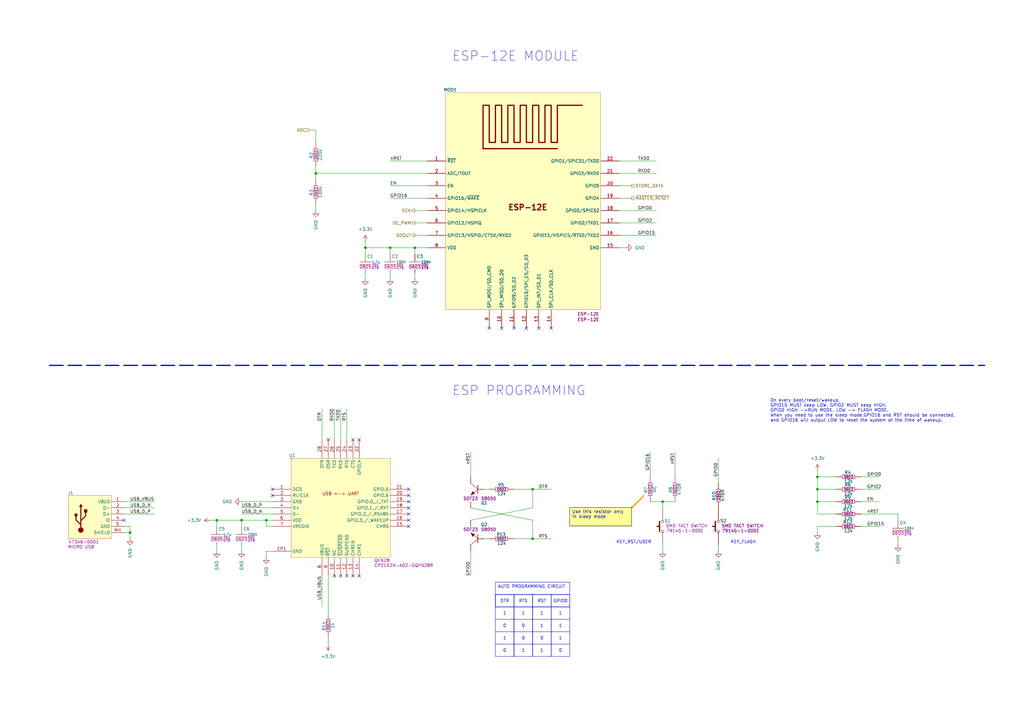
<source format=kicad_sch>
(kicad_sch (version 20250114) (generator "eeschema") (generator_version "9.0")
  (paper "A3")
  (title_block (date "2025-08-08") (rev "1"))
  (lib_symbols
    (symbol "SCH_LIB:C_0603_100nF_50V_X7R" (pin_numbers (hide yes)) (pin_names (hide yes))
      (property "Reference" "C" (at 2.032 -1.016 0))
      (property "Value" "100n" (at 2.54 -3.302 0))
      (property "Voltage" "50V" (at 2.54 -4.572 0))
      (property "Dielectric" "X7R" (at 2.54 -5.842 0))
      (property "SCH_FOOTPRINT" "0603" (at 0 -5.334 0))
      (symbol "C_0603_100nF_50V_X7R_1_0"
        (pin passive line (at 0 0 270) (length 2.54) (name "1") (number "1"))
        (pin passive line (at 0 -7.62 90) (length 1.27) (name "2") (number "2"))
      )
    )
    (symbol "SCH_LIB:C_0805_4.7uF_25V_X7R" (pin_numbers (hide yes)) (pin_names (hide yes))
      (property "Reference" "C" (at 2.032 -1.016 0))
      (property "Value" "4.7u" (at 2.54 -3.302 0))
      (property "Voltage" "25V" (at 2.54 -4.572 0))
      (property "Dielectric" "X7R" (at 2.54 -5.842 0))
      (property "SCH_FOOTPRINT" "0805" (at 0 -5.334 0))
      (symbol "C_0805_4.7uF_25V_X7R_1_0"
        (pin passive line (at 0 0 270) (length 2.54) (name "1") (number "1"))
        (pin passive line (at 0 -7.62 90) (length 1.27) (name "2") (number "2"))
      )
    )
    (symbol "SCH_LIB:J_USB_MICROB_47346-0001"
      (property "Reference" "J" (at -16.764 1.016 0))
      (property "Manufacturer Part Number" "47346-0001" (at -11.43 -19.05 0))
      (property "SCH_FOOTPRINT" "MICRO USB" (at -12.446 -21.082 0))
      (symbol "J_USB_MICROB_47346-0001_1_0"
        (pin passive line (at 5.08 -2.54 180) (length 5.08) (name "VBUS") (number "1"))
        (pin passive line (at 5.08 -5.08 180) (length 5.08) (name "D-") (number "2"))
        (pin passive line (at 5.08 -7.62 180) (length 5.08) (name "D+") (number "3"))
        (pin passive line (at 5.08 -10.16 180) (length 5.08) (name "ID") (number "4"))
        (pin passive line (at 5.08 -12.7 180) (length 5.08) (name "GND") (number "5"))
        (pin passive line (at 5.08 -15.24 180) (length 5.08) (name "SHIELD") (number "MH"))
      )
    )
    (symbol "SCH_LIB:MOD_ESP_12_E"
      (property "Reference" "MOD" (at 1.778 1.27 0))
      (property "Manufacturer Part Number" "ESP-12E" (at 58.42 -90.678 0))
      (property "SCH_FOOTPRINT" "ESP-12E" (at 58.42 -92.964 0))
      (symbol "MOD_ESP_12_E_1_0"
        (text "ESP-12E" (at 25.4 -48.26 0) (effects (font (size 2.286 2.286) (thickness 0.4572) (bold yes)) (justify left bottom)))
        (pin passive line (at -7.62 -27.94 0) (length 7.62) (name "~{RST}") (number "1"))
        (pin passive line (at -7.62 -33.02 0) (length 7.62) (name "ADC/TOUT") (number "2"))
        (pin passive line (at -7.62 -38.1 0) (length 7.62) (name "EN") (number "3"))
        (pin passive line (at -7.62 -43.18 0) (length 7.62) (name "GPIO16/~{WAKE}") (number "4"))
        (pin passive line (at -7.62 -48.26 0) (length 7.62) (name "GPIO14/HSPICLK") (number "5"))
        (pin passive line (at -7.62 -53.34 0) (length 7.62) (name "GPIO12/HSPIQ") (number "6"))
        (pin passive line (at -7.62 -58.42 0) (length 7.62) (name "GPIO13/HSPID/CTS0/RXD2") (number "7"))
        (pin passive line (at -7.62 -63.5 0) (length 7.62) (name "VDD") (number "8"))
        (pin passive line (at 17.78 -96.52 90) (length 7.62) (name "SPI_MOSI/SD_CMD") (number "9"))
        (pin passive line (at 22.86 -96.52 90) (length 7.62) (name "SPI_MISO/SD_D0") (number "10"))
        (pin passive line (at 27.94 -96.52 90) (length 7.62) (name "GPIO9/SD_D2") (number "11"))
        (pin passive line (at 33.02 -96.52 90) (length 7.62) (name "GPIO10/SPI_CS/SD_D3") (number "12"))
        (pin passive line (at 38.1 -96.52 90) (length 7.62) (name "SPI_INT/SD_D1") (number "13"))
        (pin passive line (at 43.18 -96.52 90) (length 7.62) (name "SPI_CLK/SD_CLK") (number "14"))
        (pin passive line (at 71.12 -27.94 180) (length 7.62) (name "GPIO1/SPICS1/TXD0") (number "22"))
        (pin passive line (at 71.12 -33.02 180) (length 7.62) (name "GPIO3/RXD0") (number "21"))
        (pin passive line (at 71.12 -38.1 180) (length 7.62) (name "GPIO5") (number "20"))
        (pin passive line (at 71.12 -43.18 180) (length 7.62) (name "GPIO4") (number "19"))
        (pin passive line (at 71.12 -48.26 180) (length 7.62) (name "GPIO0/SPICS2") (number "18"))
        (pin passive line (at 71.12 -53.34 180) (length 7.62) (name "GPIO2/TXD1") (number "17"))
        (pin passive line (at 71.12 -58.42 180) (length 7.62) (name "GPIO15/HSPICS/RTS0/TXD2") (number "16"))
        (pin passive line (at 71.12 -63.5 180) (length 7.62) (name "GND") (number "15"))
      )
    )
    (symbol "SCH_LIB:QNP_S8050" (pin_numbers (hide yes)) (pin_names (hide yes))
      (property "Reference" "Q" (at 1.27 -4.318 0))
      (property "Manufacturer Part Number" "S8050" (at 2.286 -2.54 0))
      (property "SCH_FOOTPRINT" "SOT23" (at -5.08 -3.81 0))
      (symbol "QNP_S8050_1_0"
        (pin passive line (at -5.08 5.08 270) (length 2.54) (name "C") (number "C"))
        (pin passive line (at -5.08 -7.62 90) (length 2.54) (name "E") (number "E"))
        (pin passive line (at 0 0 180) (length 2.032) (name "B") (number "B"))
      )
    )
    (symbol "SCH_LIB:R_0603_100k_1%" (pin_numbers (hide yes)) (pin_names (hide yes))
      (property "Reference" "R" (at 4.826 1.778 0))
      (property "Value" "100k" (at 5.08 -1.778 0))
      (property "SCH_FOOTPRINT" "0603" (at 5.08 0 0))
      (symbol "R_0603_100k_1%_1_0"
        (pin passive line (at 0 0 0) (length 2.54) (name "1") (number "1"))
        (pin passive line (at 10.16 0 180) (length 2.54) (name "2") (number "2"))
      )
    )
    (symbol "SCH_LIB:R_0603_12k_1%" (pin_numbers (hide yes)) (pin_names (hide yes))
      (property "Reference" "R" (at 4.826 1.778 0))
      (property "Value" "12k" (at 5.08 -1.778 0))
      (property "SCH_FOOTPRINT" "0603" (at 5.08 0 0))
      (symbol "R_0603_12k_1%_1_0"
        (pin passive line (at 0 0 0) (length 2.54) (name "1") (number "1"))
        (pin passive line (at 10.16 0 180) (length 2.54) (name "2") (number "2"))
      )
    )
    (symbol "SCH_LIB:R_0603_1k_1%" (pin_numbers (hide yes)) (pin_names (hide yes))
      (property "Reference" "R" (at 4.826 1.778 0))
      (property "Value" "1k" (at 5.08 -1.778 0))
      (property "SCH_FOOTPRINT" "0603" (at 5.08 0 0))
      (symbol "R_0603_1k_1%_1_0"
        (pin passive line (at 0 0 0) (length 2.54) (name "1") (number "1"))
        (pin passive line (at 10.16 0 180) (length 2.54) (name "2") (number "2"))
      )
    )
    (symbol "SCH_LIB:R_0603_220k_1%" (pin_numbers (hide yes)) (pin_names (hide yes))
      (property "Reference" "R" (at 4.826 1.778 0))
      (property "Value" "220k" (at 5.08 -1.778 0))
      (property "SCH_FOOTPRINT" "0603" (at 5.08 0 0))
      (symbol "R_0603_220k_1%_1_0"
        (pin passive line (at 0 0 0) (length 2.54) (name "1") (number "1"))
        (pin passive line (at 10.16 0 180) (length 2.54) (name "2") (number "2"))
      )
    )
    (symbol "SCH_LIB:R_0603_470R_1%" (pin_numbers (hide yes)) (pin_names (hide yes))
      (property "Reference" "R" (at 4.826 1.778 0))
      (property "Value" "470R" (at 5.08 -1.778 0))
      (property "SCH_FOOTPRINT" "0603" (at 5.08 0 0))
      (symbol "R_0603_470R_1%_1_0"
        (pin passive line (at 0 0 0) (length 2.54) (name "1") (number "1"))
        (pin passive line (at 10.16 0 180) (length 2.54) (name "2") (number "2"))
      )
    )
    (symbol "SCH_LIB:R_0603_NC" (pin_numbers (hide yes)) (pin_names (hide yes)) (in_bom no)
      (property "Reference" "R" (at 4.826 1.778 0))
      (property "Value" "NC" (at 5.08 -1.778 0))
      (property "SCH_FOOTPRINT" "0603" (at 5.08 0 0))
      (symbol "R_0603_NC_1_0"
        (pin passive line (at 0 0 0) (length 2.54) (name "1") (number "1"))
        (pin passive line (at 10.16 0 180) (length 2.54) (name "2") (number "2"))
      )
    )
    (symbol "SCH_LIB:S_7914G-1-000E" (pin_numbers (hide yes)) (pin_names (hide yes))
      (property "Reference" "S" (at 2.032 4.826 0))
      (property "Manufacturer Part Number" "7914G-1-000E" (at 9.144 0.762 0))
      (property "SCH_FOOTPRINT" "SMD TACT SWITCH" (at 9.906 2.794 0))
      (symbol "S_7914G-1-000E_1_0"
        (pin passive line (at 0 10.16 270) (length 5.08) (name "2") (number "2"))
        (pin passive line (at 0 -5.08 90) (length 5.08) (name "1") (number "1"))
      )
    )
    (symbol "SCH_LIB:U_CP2102N-A02-GQFN28R"
      (property "Reference" "U" (at 0.508 1.27 0))
      (property "Manufacturer Part Number" "CP2102N-A02-GQFN28R" (at 46.228 -43.942 0))
      (property "SCH_FOOTPRINT" "QFN28" (at 37.338 -41.91 0))
      (symbol "U_CP2102N-A02-GQFN28R_1_0"
        (text "USB <-> UART" (at 12.7 -15.24 0) (effects (font (size 1.27 1.27)) (justify left bottom)))
        (pin passive line (at -7.62 -12.7 0) (length 7.62) (name "DCD") (number "1"))
        (pin passive line (at -7.62 -15.24 0) (length 7.62) (name "RI/CLK") (number "2"))
        (pin passive line (at -7.62 -17.78 0) (length 7.62) (name "GND") (number "3"))
        (pin passive line (at -7.62 -20.32 0) (length 7.62) (name "D+") (number "4"))
        (pin passive line (at -7.62 -22.86 0) (length 7.62) (name "D-") (number "5"))
        (pin passive line (at -7.62 -25.4 0) (length 7.62) (name "VDD") (number "6"))
        (pin passive line (at -7.62 -27.94 0) (length 7.62) (name "VREGIN") (number "7"))
        (pin passive line (at -7.62 -38.1 0) (length 7.62) (name "GND") (number "EP1"))
        (pin passive line (at 12.7 7.62 270) (length 7.62) (name "DTR") (number "28"))
        (pin passive line (at 12.7 -48.26 90) (length 7.62) (name "VBUS") (number "8"))
        (pin passive line (at 15.24 7.62 270) (length 7.62) (name "DSR") (number "27"))
        (pin passive line (at 15.24 -48.26 90) (length 7.62) (name "~{RST}") (number "9"))
        (pin passive line (at 17.78 7.62 270) (length 7.62) (name "TXD") (number "26"))
        (pin passive line (at 17.78 -48.26 90) (length 7.62) (name "NC") (number "10"))
        (pin passive line (at 20.32 7.62 270) (length 7.62) (name "RXD") (number "25"))
        (pin passive line (at 20.32 -48.26 90) (length 7.62) (name "~{SUSPEND}") (number "11"))
        (pin passive line (at 22.86 7.62 270) (length 7.62) (name "RTS") (number "24"))
        (pin passive line (at 22.86 -48.26 90) (length 7.62) (name "SUSPEND") (number "12"))
        (pin passive line (at 25.4 7.62 270) (length 7.62) (name "CTS") (number "23"))
        (pin passive line (at 25.4 -48.26 90) (length 7.62) (name "CHREN") (number "13"))
        (pin passive line (at 27.94 7.62 270) (length 7.62) (name "GPIO.4") (number "22"))
        (pin passive line (at 27.94 -48.26 90) (length 7.62) (name "CHR1") (number "14"))
        (pin passive line (at 48.26 -12.7 180) (length 7.62) (name "GPIO.5") (number "21"))
        (pin passive line (at 48.26 -15.24 180) (length 7.62) (name "GPIO.6") (number "20"))
        (pin passive line (at 48.26 -17.78 180) (length 7.62) (name "GPIO.0_/_TXT") (number "19"))
        (pin passive line (at 48.26 -20.32 180) (length 7.62) (name "GPIO.1_/_RXT") (number "18"))
        (pin passive line (at 48.26 -22.86 180) (length 7.62) (name "GPIO.2_/_RS485") (number "17"))
        (pin passive line (at 48.26 -25.4 180) (length 7.62) (name "GPIO.3_/_WAKEUP") (number "16"))
        (pin passive line (at 48.26 -27.94 180) (length 7.62) (name "CHR0") (number "15"))
      )
    )
    (symbol "power:+3.3V" (power) (pin_numbers (hide yes)) (pin_names (offset 0) (hide yes))
      (property "Value" "+3.3V" (at 0 3.556 0))
      (symbol "+3.3V_1_1"
        (pin power_in line (at 0 0 90) (length 0) (name "~") (number "1"))
      )
    )
    (symbol "power:GND" (power) (pin_numbers (hide yes)) (pin_names (offset 0) (hide yes))
      (property "Value" "GND" (at 0 -3.81 0))
      (symbol "GND_1_1"
        (pin power_in line (at 0 0 270) (length 0) (name "~") (number "1"))
      )
    )
  )
  (text "ESP-12E MODULE" (at 185.42 25.4 0) (effects (font (size 3.81 3.81)) (justify left bottom)))
  (text "ESP PROGRAMMING" (at 185.42 162.56 0) (effects (font (size 3.81 3.81)) (justify left bottom)))
  (text_box "KEY_RST/USER" (at 251.823 220.472 0) (size 17.417 3.048) (margins 0.9525 0.9525 0.9525 0.9525) (stroke (width -0.0001) (color 0 0 0 1)) (fill (type color) (color 255 255 255 1)) (effects (font (size 1.27 1.27)) (justify left top)))
  (text_box "KEY_FLASH" (at 298.687 220.472 0) (size 13.733 3.048) (margins 0.9525 0.9525 0.9525 0.9525) (stroke (width -0.0001) (color 0 0 0 1)) (fill (type color) (color 255 255 255 1)) (effects (font (size 1.27 1.27)) (justify left top)))
  (text_box "Use this resistor only in sleep mode" (at 259.08 208.1022 0) (size -25.4 7.62) (margins 0.9525 0.9525 0.9525 0.9525) (stroke (width 0) (color 0 0 0 1)) (fill (type color) (color 255 255 150 1)) (effects (font (size 1.27 1.27)) (justify left top)))
  (text_box "On every boot/reset/wakeup,\nGPIO15 MUST keep LOW, GPIO2 MUST keep HIGH.\nGPIO0 HIGH ->RUN MODE, LOW -> FLASH MODE.\nWhen you need to use the sleep mode,GPIO16 and RST should be connected,\nand GPIO16 will output LOW to reset the system at the time of wakeup." (at 314.96 162.3822 0) (size 81.28 12.8778) (margins 0.9525 0.9525 0.9525 0.9525) (stroke (width -0.0001) (color 0 0 0 1)) (fill (type color) (color 255 255 255 1)) (effects (font (size 1.27 1.27)) (justify left top)))
  (junction (at 271.78 205.74))
  (junction (at 53.34 218.44))
  (junction (at 218.44 200.66))
  (junction (at 88.9 213.36))
  (junction (at 335.28 200.66))
  (junction (at 218.44 220.98))
  (junction (at 335.28 205.74))
  (junction (at 149.86 101.6))
  (junction (at 99.06 213.36))
  (junction (at 335.28 195.58))
  (junction (at 160.02 101.6))
  (junction (at 129.54 71.12))
  (junction (at 109.22 213.36))
  (junction (at 170.18 101.6))
  (no_connect (at 226.06 134.62))
  (no_connect (at 167.64 203.2))
  (no_connect (at 167.64 215.9))
  (no_connect (at 134.62 180.34))
  (no_connect (at 210.82 134.62))
  (no_connect (at 167.64 208.28))
  (no_connect (at 205.74 134.62))
  (no_connect (at 50.8 213.36))
  (no_connect (at 167.64 200.66))
  (no_connect (at 167.64 210.82))
  (no_connect (at 215.9 134.62))
  (no_connect (at 220.98 134.62))
  (no_connect (at 144.78 180.34))
  (no_connect (at 200.66 134.62))
  (no_connect (at 147.32 180.34))
  (no_connect (at 111.76 200.66))
  (no_connect (at 167.64 205.74))
  (no_connect (at 144.78 236.22))
  (no_connect (at 139.7 236.22))
  (no_connect (at 147.32 236.22))
  (no_connect (at 111.76 203.2))
  (no_connect (at 137.16 236.22))
  (no_connect (at 142.24 236.22))
  (no_connect (at 167.64 213.36))
  (wire (pts (xy 335.28 215.9) (xy 342.9 215.9)))
  (wire (pts (xy 269.24 71.12) (xy 254 71.12)))
  (wire (pts (xy 132.08 180.34) (xy 132.08 167.64)))
  (wire (pts (xy 134.62 264.16) (xy 134.62 261.62)))
  (wire (pts (xy 256.54 101.6) (xy 254 101.6)))
  (wire (pts (xy 99.06 205.74) (xy 111.76 205.74)))
  (wire (pts (xy 210.82 220.98) (xy 218.44 220.98)))
  (wire (pts (xy 99.06 226.06) (xy 99.06 223.52)))
  (wire (pts (xy 271.78 205.74) (xy 271.78 208.28)))
  (wire (pts (xy 129.54 86.36) (xy 129.54 83.82)))
  (wire (pts (xy 88.9 226.06) (xy 88.9 223.52)))
  (wire (pts (xy 99.06 210.82) (xy 111.76 210.82)))
  (wire (pts (xy 335.28 200.66) (xy 342.9 200.66)))
  (wire (pts (xy 335.28 195.58) (xy 342.9 195.58)))
  (wire (pts (xy 360.68 195.58) (xy 353.06 195.58)))
  (wire (pts (xy 335.28 193.04) (xy 335.28 195.58)))
  (wire (pts (xy 170.18 114.3) (xy 170.18 111.76)))
  (wire (pts (xy 139.7 180.34) (xy 139.7 167.64)))
  (wire (pts (xy 198.12 220.98) (xy 200.66 220.98)))
  (wire (pts (xy 137.16 180.34) (xy 137.16 167.64)))
  (wire (pts (xy 170.18 104.14) (xy 170.18 101.6)))
  (wire (pts (xy 271.78 205.74) (xy 266.7 205.74)))
  (wire (pts (xy 335.28 205.74) (xy 335.28 210.82)))
  (wire (pts (xy 335.28 195.58) (xy 335.28 200.66)))
  (wire (pts (xy 129.54 71.12) (xy 129.54 68.58)))
  (wire (pts (xy 271.78 226.06) (xy 271.78 223.52)))
  (wire (pts (xy 294.64 226.06) (xy 294.64 223.52)))
  (wire (pts (xy 368.3 213.36) (xy 368.3 210.82)))
  (wire (pts (xy 88.9 213.36) (xy 86.36 213.36)))
  (wire (pts (xy 50.8 205.74) (xy 63.5 205.74)))
  (wire (pts (xy 149.86 114.3) (xy 149.86 111.76)))
  (wire (pts (xy 99.06 213.36) (xy 88.9 213.36)))
  (wire (pts (xy 218.44 220.98) (xy 226.06 220.98)))
  (wire (pts (xy 53.34 220.98) (xy 53.34 218.44)))
  (wire (pts (xy 109.22 213.36) (xy 99.06 213.36)))
  (wire (pts (xy 335.28 200.66) (xy 335.28 205.74)))
  (wire (pts (xy 175.26 81.28) (xy 160.02 81.28)))
  (wire (pts (xy 294.64 198.12) (xy 294.64 187.96)))
  (wire (pts (xy 175.26 76.2) (xy 160.02 76.2)))
  (wire (pts (xy 269.24 66.04) (xy 254 66.04)))
  (wire (pts (xy 129.54 53.34) (xy 129.54 58.42)))
  (wire (pts (xy 111.76 215.9) (xy 109.22 215.9)))
  (wire (pts (xy 269.24 91.44) (xy 254 91.44)))
  (wire (pts (xy 160.02 104.14) (xy 160.02 101.6)))
  (wire (pts (xy 276.86 195.58) (xy 276.86 185.42)))
  (wire (pts (xy 149.86 104.14) (xy 149.86 101.6)))
  (wire (pts (xy 109.22 213.36) (xy 111.76 213.36)))
  (wire (pts (xy 210.82 200.66) (xy 218.44 200.66)))
  (wire (pts (xy 53.34 218.44) (xy 50.8 218.44)))
  (wire (pts (xy 109.22 228.6) (xy 109.22 226.06)))
  (wire (pts (xy 335.28 218.44) (xy 335.28 215.9)))
  (wire (pts (xy 360.68 215.9) (xy 353.06 215.9)))
  (wire (pts (xy 218.44 200.66) (xy 218.44 208.28)))
  (wire (pts (xy 193.04 195.58) (xy 193.04 185.42)))
  (wire (pts (xy 218.44 208.28) (xy 193.04 213.36)))
  (wire (pts (xy 269.24 86.36) (xy 254 86.36)))
  (wire (pts (xy 175.26 71.12) (xy 129.54 71.12)))
  (wire (pts (xy 175.26 86.36) (xy 170.18 86.36)))
  (polyline (pts (xy 259.08 208.28) (xy 264.16 203.2)) (stroke (width 0.508) (type solid) (color 255 153 0 1)))
  (wire (pts (xy 53.34 215.9) (xy 50.8 215.9)))
  (wire (pts (xy 134.62 251.46) (xy 134.62 236.22)))
  (wire (pts (xy 109.22 215.9) (xy 109.22 213.36)))
  (wire (pts (xy 276.86 205.74) (xy 271.78 205.74)))
  (wire (pts (xy 198.12 200.66) (xy 200.66 200.66)))
  (wire (pts (xy 254 81.28) (xy 259.08 81.28)))
  (wire (pts (xy 368.3 223.52) (xy 368.3 220.98)))
  (wire (pts (xy 175.26 101.6) (xy 170.18 101.6)))
  (wire (pts (xy 193.04 208.28) (xy 218.44 213.36)))
  (wire (pts (xy 335.28 210.82) (xy 342.9 210.82)))
  (wire (pts (xy 109.22 226.06) (xy 111.76 226.06)))
  (wire (pts (xy 99.06 208.28) (xy 111.76 208.28)))
  (wire (pts (xy 353.06 205.74) (xy 360.68 205.74)))
  (polyline (pts (xy 20.32 149.86) (xy 403.86 149.86)) (stroke (width 0.508) (type dash) (color 0 0 255 1)))
  (wire (pts (xy 175.26 96.52) (xy 170.18 96.52)))
  (wire (pts (xy 88.9 215.9) (xy 88.9 213.36)))
  (wire (pts (xy 269.24 96.52) (xy 254 96.52)))
  (wire (pts (xy 218.44 200.66) (xy 226.06 200.66)))
  (wire (pts (xy 132.08 236.22) (xy 132.08 248.92)))
  (wire (pts (xy 254 76.2) (xy 259.08 76.2)))
  (wire (pts (xy 342.9 205.74) (xy 335.28 205.74)))
  (wire (pts (xy 127 53.34) (xy 129.54 53.34)))
  (wire (pts (xy 142.24 180.34) (xy 142.24 167.64)))
  (wire (pts (xy 218.44 213.36) (xy 218.44 220.98)))
  (wire (pts (xy 175.26 91.44) (xy 170.18 91.44)))
  (wire (pts (xy 99.06 215.9) (xy 99.06 213.36)))
  (wire (pts (xy 149.86 101.6) (xy 149.86 99.06)))
  (wire (pts (xy 170.18 101.6) (xy 160.02 101.6)))
  (wire (pts (xy 50.8 208.28) (xy 63.5 208.28)))
  (wire (pts (xy 50.8 210.82) (xy 63.5 210.82)))
  (wire (pts (xy 266.7 195.58) (xy 266.7 185.42)))
  (wire (pts (xy 160.02 101.6) (xy 149.86 101.6)))
  (wire (pts (xy 160.02 114.3) (xy 160.02 111.76)))
  (wire (pts (xy 360.68 200.66) (xy 353.06 200.66)))
  (wire (pts (xy 129.54 71.12) (xy 129.54 73.66)))
  (wire (pts (xy 53.34 218.44) (xy 53.34 215.9)))
  (wire (pts (xy 193.04 236.22) (xy 193.04 226.06)))
  (wire (pts (xy 175.26 66.04) (xy 160.02 66.04)))
  (wire (pts (xy 368.3 210.82) (xy 353.06 210.82)))
  (table (column_count 1) (border (external yes) (header yes)) (separators (rows yes) (cols yes)) (column_widths 30.48) (row_heights 5.08 5.08) (cells (table_cell "AUTO PROGRAMMING CIRCUIT" (at 203.2 238.76 0) (size 30.48 5.08) (margins 0.9525 0.9525 0.9525 0.9525) (span 1 1)) (table_cell "" (at 203.2 243.84 0) (size 30.48 5.08) (margins 0.9525 0.9525 0.9525 0.9525) (span 1 1))))
  (table (column_count 1) (border (external yes) (header yes)) (separators (rows yes) (cols yes)) (column_widths 7.62) (row_heights 5.08 5.08 5.08 5.08 5.08) (cells (table_cell "RTS" (at 210.82 243.84 0) (size 7.62 5.08) (margins 0.9525 0.9525 0.9525 0.9525) (span 1 1)) (table_cell "1" (at 210.82 248.92 0) (size 7.62 5.08) (margins 0.9525 0.9525 0.9525 0.9525) (span 1 1)) (table_cell "0" (at 210.82 254 0) (size 7.62 5.08) (margins 0.9525 0.9525 0.9525 0.9525) (span 1 1)) (table_cell "0" (at 210.82 259.08 0) (size 7.62 5.08) (margins 0.9525 0.9525 0.9525 0.9525) (span 1 1)) (table_cell "1" (at 210.82 264.16 0) (size 7.62 5.08) (margins 0.9525 0.9525 0.9525 0.9525) (span 1 1))))
  (table (column_count 1) (border (external yes) (header yes)) (separators (rows yes) (cols yes)) (column_widths 7.62) (row_heights 5.08 5.08 5.08 5.08 5.08) (cells (table_cell "GPIO0" (at 226.06 243.84 0) (size 7.62 5.08) (margins 0.9525 0.9525 0.9525 0.9525) (span 1 1)) (table_cell "1" (at 226.06 248.92 0) (size 7.62 5.08) (margins 0.9525 0.9525 0.9525 0.9525) (span 1 1)) (table_cell "1" (at 226.06 254 0) (size 7.62 5.08) (margins 0.9525 0.9525 0.9525 0.9525) (span 1 1)) (table_cell "1" (at 226.06 259.08 0) (size 7.62 5.08) (margins 0.9525 0.9525 0.9525 0.9525) (span 1 1)) (table_cell "0" (at 226.06 264.16 0) (size 7.62 5.08) (margins 0.9525 0.9525 0.9525 0.9525) (span 1 1))))
  (table (column_count 1) (border (external yes) (header yes)) (separators (rows yes) (cols yes)) (column_widths 7.62) (row_heights 5.08 5.08 5.08 5.08 5.08) (cells (table_cell "DTR" (at 203.2 243.84 0) (size 7.62 5.08) (margins 0.9525 0.9525 0.9525 0.9525) (span 1 1)) (table_cell "1" (at 203.2 248.92 0) (size 7.62 5.08) (margins 0.9525 0.9525 0.9525 0.9525) (span 1 1)) (table_cell "0" (at 203.2 254 0) (size 7.62 5.08) (margins 0.9525 0.9525 0.9525 0.9525) (span 1 1)) (table_cell "1" (at 203.2 259.08 0) (size 7.62 5.08) (margins 0.9525 0.9525 0.9525 0.9525) (span 1 1)) (table_cell "0" (at 203.2 264.16 0) (size 7.62 5.08) (margins 0.9525 0.9525 0.9525 0.9525) (span 1 1))))
  (table (column_count 1) (border (external yes) (header yes)) (separators (rows yes) (cols yes)) (column_widths 7.62) (row_heights 5.08 5.08 5.08 5.08 5.08) (cells (table_cell "RST" (at 218.44 243.84 0) (size 7.62 5.08) (margins 0.9525 0.9525 0.9525 0.9525) (span 1 1)) (table_cell "1" (at 218.44 248.92 0) (size 7.62 5.08) (margins 0.9525 0.9525 0.9525 0.9525) (span 1 1)) (table_cell "1" (at 218.44 254 0) (size 7.62 5.08) (margins 0.9525 0.9525 0.9525 0.9525) (span 1 1)) (table_cell "0" (at 218.44 259.08 0) (size 7.62 5.08) (margins 0.9525 0.9525 0.9525 0.9525) (span 1 1)) (table_cell "1" (at 218.44 264.16 0) (size 7.62 5.08) (margins 0.9525 0.9525 0.9525 0.9525) (span 1 1))))
  (label "RXD0" (at 137.16 172.72 90))
  (label "GPIO2" (at 261.62 91.44 0))
  (label "GPIO0" (at 193.04 236.22 90))
  (label "RXD0" (at 261.62 71.12 0))
  (label "GPIO0" (at 294.64 195.58 90))
  (label "GPIO16" (at 266.7 193.04 90))
  (label "nRST" (at 276.86 190.5 90))
  (label "USB_D_P" (at 99.06 208.28 0))
  (label "TXD0" (at 139.7 172.72 90))
  (label "RTS" (at 142.24 172.72 90))
  (label "GPIO15" (at 355.6 215.9 0))
  (label "GPIO2" (at 355.6 200.66 0))
  (label "USB_D_P" (at 53.34 210.82 0))
  (label "USB_D_N" (at 53.34 208.28 0))
  (label "USB_VBUS" (at 53.34 205.74 0))
  (label "EN" (at 160.02 76.2 0))
  (label "USB_VBUS" (at 132.08 236.22 270))
  (label "GPIO16" (at 160.02 81.28 0))
  (label "RTS" (at 220.98 220.98 0))
  (label "nRST" (at 193.04 190.5 90))
  (label "nRST" (at 355.6 210.82 0))
  (label "GPIO0" (at 261.62 86.36 0))
  (label "EN" (at 355.6 205.74 0))
  (label "DTR" (at 132.08 172.72 90))
  (label "GPIO15" (at 261.62 96.52 0))
  (label "USB_D_N" (at 99.06 210.82 0))
  (label "nRST" (at 160.02 66.04 0))
  (label "DTR" (at 220.98 200.66 0))
  (label "GPIO0" (at 355.6 195.58 0))
  (label "TXD0" (at 261.62 66.04 0))
  (hierarchical_label "~{MASTER_RESET}" (shape output) (at 259.08 81.28 0))
  (hierarchical_label "SDOUT" (shape output) (at 170.18 96.52 180))
  (hierarchical_label "OE_PWM" (shape output) (at 170.18 91.44 180))
  (hierarchical_label "SCK" (shape output) (at 170.18 86.36 180))
  (hierarchical_label "ADC" (shape input) (at 127 53.34 180))
  (hierarchical_label "STORE_DATA" (shape output) (at 259.08 76.2 0))
  (symbol (lib_id "SCH_LIB:R_0603_12k_1%") (at 342.9 205.74 0) (unit 1)
    (property "Reference" "R9" (at 347.726 203.962 0))
    (property "Value" "12k" (at 347.98 207.518 0))
    (property "Footprint" "PCB_LIB:R_0603_1608" (effects (hide yes)))
    (property "Description" "Resistor" (effects (hide yes)))
    (property "SCH_FOOTPRINT" "0603" (at 347.98 205.74 0) (effects (font (size 1.016 1.016))))
    (property "Tolerance" "1%" (effects (hide yes)))
    (property "Manufacturer" "Yageo" (effects (hide yes)))
    (property "Manufacturer Part Number" "RC0603FR-0712KL" (effects (hide yes)))
  )
  (symbol (lib_id "power:GND") (at 294.64 226.06 0) (unit 1)
    (property "Reference" "#PWR031" (effects (hide yes)))
    (property "Value" "GND" (at 294.6401 229.87 90) (effects (justify right)))
    (property "Description" "Power symbol creates a global label with name \"GND\" , ground" (effects (hide yes)))
  )
  (symbol (lib_id "SCH_LIB:R_0603_1k_1%") (at 134.62 261.62 90) (unit 1)
    (property "Reference" "R14" (at 132.842 256.794 0))
    (property "Value" "1k" (at 136.398 256.54 0))
    (property "Footprint" "PCB_LIB:R_0603_1608" (effects (hide yes)))
    (property "Description" "Resistor" (effects (hide yes)))
    (property "SCH_FOOTPRINT" "0603" (at 134.62 256.54 0) (effects (font (size 1.016 1.016))))
    (property "Tolerance" "1%" (effects (hide yes)))
    (property "Manufacturer" "Vishay" (effects (hide yes)))
    (property "Manufacturer Part Number" "CRCW06031K00FKEA" (effects (hide yes)))
  )
  (symbol (lib_id "SCH_LIB:R_0603_NC") (at 266.7 205.74 90) (unit 1) (in_bom no)
    (property "Reference" "R7" (at 264.922 200.914 0))
    (property "Value" "NC" (at 268.478 200.66 0))
    (property "Footprint" "PCB_LIB:R_NC_0603_1608" (effects (hide yes)))
    (property "Description" "Resistor" (effects (hide yes)))
    (property "SCH_FOOTPRINT" "0603" (at 266.7 200.66 0) (effects (font (size 1.016 1.016))))
    (property "Tolerance" "-" (effects (hide yes)))
    (property "Manufacturer" "-" (effects (hide yes)))
    (property "Manufacturer Part Number" "-" (effects (hide yes)))
  )
  (symbol (lib_id "power:GND") (at 109.22 228.6 0) (unit 1)
    (property "Reference" "#PWR022" (effects (hide yes)))
    (property "Value" "GND" (at 109.2201 232.41 90) (effects (justify right)))
    (property "Description" "Power symbol creates a global label with name \"GND\" , ground" (effects (hide yes)))
  )
  (symbol (lib_id "SCH_LIB:R_0603_100k_1%") (at 129.54 83.82 90) (unit 1)
    (property "Reference" "R3" (at 127.762 78.994 0))
    (property "Value" "100k" (at 131.318 78.74 0))
    (property "Footprint" "PCB_LIB:R_0603_1608" (effects (hide yes)))
    (property "Description" "Resistor" (effects (hide yes)))
    (property "SCH_FOOTPRINT" "0603" (at 129.54 78.74 0) (effects (font (size 1.016 1.016))))
    (property "Tolerance" "1%" (effects (hide yes)))
    (property "Manufacturer" "Royalohm" (effects (hide yes)))
    (property "Manufacturer Part Number" "0603SAF1003T5E" (effects (hide yes)))
  )
  (symbol (lib_id "SCH_LIB:R_0603_220k_1%") (at 129.54 68.58 90) (unit 1)
    (property "Reference" "R2" (at 127.762 63.754 0))
    (property "Value" "220k" (at 131.318 63.5 0))
    (property "Footprint" "PCB_LIB:R_0603_1608" (effects (hide yes)))
    (property "Description" "Resistor" (effects (hide yes)))
    (property "SCH_FOOTPRINT" "0603" (at 129.54 63.5 0) (effects (font (size 1.016 1.016))))
    (property "Tolerance" "1%" (effects (hide yes)))
    (property "Manufacturer" "Vishay" (effects (hide yes)))
    (property "Manufacturer Part Number" "CRCW0603220KFKTABC" (effects (hide yes)))
  )
  (symbol (lib_id "SCH_LIB:J_USB_MICROB_47346-0001") (at 45.72 203.2 0) (unit 1)
    (property "Reference" "J1" (at 28.956 202.184 0))
    (property "Footprint" "PCB_LIB:J_USB_MICROB_47346-0001" (effects (hide yes)))
    (property "Description" "MICRO USB Connector" (effects (hide yes)))
    (property "SCH_FOOTPRINT" "MICRO USB" (at 33.274 224.282 0))
    (property "Manufacturer" "Molex" (effects (hide yes)))
    (property "Manufacturer Part Number" "47346-0001" (at 34.29 222.25 0))
  )
  (symbol (lib_id "SCH_LIB:MOD_ESP_12_E") (at 182.88 38.1 0) (unit 1)
    (property "Reference" "MOD1" (at 184.658 36.83 0))
    (property "Footprint" "PCB_LIB:MOD_ESP_12_E" (effects (hide yes)))
    (property "Description" "ESP-12E Wi-Fi Module by AI-Thinker" (effects (hide yes)))
    (property "Manufacturer" "Ai-thinker" (effects (hide yes)))
    (property "Manufacturer Part Number" "ESP-12E" (at 241.3 128.778 0))
    (property "SCH_FOOTPRINT" "ESP-12E" (at 241.3 131.064 0))
  )
  (symbol (lib_id "power:+3.3V") (at 134.62 264.16 180) (unit 1)
    (property "Reference" "#PWR024" (effects (hide yes)))
    (property "Value" "+3.3V" (at 134.62 269.24 0))
    (property "Description" "Power symbol creates a global label with name \"+3.3V\"" (effects (hide yes)))
  )
  (symbol (lib_id "SCH_LIB:C_0603_100nF_50V_X7R") (at 160.02 104.14 0) (unit 1)
    (property "Reference" "C2" (at 162.052 105.156 0))
    (property "Value" "100n" (at 162.56 107.442 0) (effects (font (size 1.016 1.016)) (justify left)))
    (property "Footprint" "PCB_LIB:C_0603_1608" (effects (hide yes)))
    (property "Description" "Capacitor" (effects (hide yes)))
    (property "SCH_FOOTPRINT" "0603" (at 160.02 109.474 0))
    (property "Voltage" "50V" (at 162.56 108.712 0) (effects (font (size 1.016 1.016)) (justify left)))
    (property "Dielectric" "X7R" (at 162.56 109.982 0) (effects (font (size 1.016 1.016)) (justify left)))
    (property "Manufacturer" "Samsung" (effects (hide yes)))
    (property "Manufacturer Part Number" "CL10B104JB8NNNC" (effects (hide yes)))
  )
  (symbol (lib_id "SCH_LIB:R_0603_12k_1%") (at 342.9 215.9 0) (unit 1)
    (property "Reference" "R12" (at 347.726 214.122 0))
    (property "Value" "12k" (at 347.98 217.678 0))
    (property "Footprint" "PCB_LIB:R_0603_1608" (effects (hide yes)))
    (property "Description" "Resistor" (effects (hide yes)))
    (property "SCH_FOOTPRINT" "0603" (at 347.98 215.9 0) (effects (font (size 1.016 1.016))))
    (property "Tolerance" "1%" (effects (hide yes)))
    (property "Manufacturer" "Yageo" (effects (hide yes)))
    (property "Manufacturer Part Number" "RC0603FR-0712KL" (effects (hide yes)))
  )
  (symbol (lib_id "power:GND") (at 88.9 226.06 0) (unit 1)
    (property "Reference" "#PWR019" (effects (hide yes)))
    (property "Value" "GND" (at 88.9001 229.87 90) (effects (justify right)))
    (property "Description" "Power symbol creates a global label with name \"GND\" , ground" (effects (hide yes)))
  )
  (symbol (lib_id "SCH_LIB:C_0805_4.7uF_25V_X7R") (at 149.86 104.14 0) (unit 1)
    (property "Reference" "C1" (at 151.892 105.156 0))
    (property "Value" "4.7u" (at 152.4 107.442 0) (effects (font (size 1.016 1.016)) (justify left)))
    (property "Footprint" "PCB_LIB:C_0805_2012" (effects (hide yes)))
    (property "Description" "Capacitor" (effects (hide yes)))
    (property "SCH_FOOTPRINT" "0805" (at 149.86 109.474 0))
    (property "Voltage" "25V" (at 152.4 108.712 0) (effects (font (size 1.016 1.016)) (justify left)))
    (property "Dielectric" "X7R" (at 152.4 109.982 0) (effects (font (size 1.016 1.016)) (justify left)))
    (property "Manufacturer" "TDK" (effects (hide yes)))
    (property "Manufacturer Part Number" "CGA4J1X7R1E475K125AC" (effects (hide yes)))
  )
  (symbol (lib_id "SCH_LIB:R_0603_12k_1%") (at 200.66 220.98 0) (unit 1)
    (property "Reference" "R13" (at 205.486 219.202 0))
    (property "Value" "12k" (at 205.74 222.758 0))
    (property "Footprint" "PCB_LIB:R_0603_1608" (effects (hide yes)))
    (property "Description" "Resistor" (effects (hide yes)))
    (property "SCH_FOOTPRINT" "0603" (at 205.74 220.98 0) (effects (font (size 1.016 1.016))))
    (property "Tolerance" "1%" (effects (hide yes)))
    (property "Manufacturer" "Yageo" (effects (hide yes)))
    (property "Manufacturer Part Number" "RC0603FR-0712KL" (effects (hide yes)))
  )
  (symbol (lib_id "SCH_LIB:R_0603_12k_1%") (at 342.9 195.58 0) (unit 1)
    (property "Reference" "R4" (at 347.726 193.802 0))
    (property "Value" "12k" (at 347.98 197.358 0))
    (property "Footprint" "PCB_LIB:R_0603_1608" (effects (hide yes)))
    (property "Description" "Resistor" (effects (hide yes)))
    (property "SCH_FOOTPRINT" "0603" (at 347.98 195.58 0) (effects (font (size 1.016 1.016))))
    (property "Tolerance" "1%" (effects (hide yes)))
    (property "Manufacturer" "Yageo" (effects (hide yes)))
    (property "Manufacturer Part Number" "RC0603FR-0712KL" (effects (hide yes)))
  )
  (symbol (lib_id "power:+3.3V") (at 86.36 213.36 90) (unit 1)
    (property "Reference" "#PWR018" (effects (hide yes)))
    (property "Value" "+3.3V" (at 82.55 213.3599 90) (effects (justify left)))
    (property "Description" "Power symbol creates a global label with name \"+3.3V\"" (effects (hide yes)))
  )
  (symbol (lib_id "SCH_LIB:R_0603_12k_1%") (at 342.9 210.82 0) (unit 1)
    (property "Reference" "R11" (at 347.726 209.042 0))
    (property "Value" "12k" (at 347.98 212.598 0))
    (property "Footprint" "PCB_LIB:R_0603_1608" (effects (hide yes)))
    (property "Description" "Resistor" (effects (hide yes)))
    (property "SCH_FOOTPRINT" "0603" (at 347.98 210.82 0) (effects (font (size 1.016 1.016))))
    (property "Tolerance" "1%" (effects (hide yes)))
    (property "Manufacturer" "Yageo" (effects (hide yes)))
    (property "Manufacturer Part Number" "RC0603FR-0712KL" (effects (hide yes)))
  )
  (symbol (lib_id "power:+3.3V") (at 149.86 99.06 0) (unit 1)
    (property "Reference" "#PWR025" (effects (hide yes)))
    (property "Value" "+3.3V" (at 149.86 93.98 0))
    (property "Description" "Power symbol creates a global label with name \"+3.3V\"" (effects (hide yes)))
  )
  (symbol (lib_id "power:GND") (at 170.18 114.3 0) (unit 1)
    (property "Reference" "#PWR028" (effects (hide yes)))
    (property "Value" "GND" (at 170.1801 118.11 90) (effects (justify right)))
    (property "Description" "Power symbol creates a global label with name \"GND\" , ground" (effects (hide yes)))
  )
  (symbol (lib_id "power:GND") (at 129.54 86.36 0) (unit 1)
    (property "Reference" "#PWR023" (effects (hide yes)))
    (property "Value" "GND" (at 129.5401 90.17 90) (effects (justify right)))
    (property "Description" "Power symbol creates a global label with name \"GND\" , ground" (effects (hide yes)))
  )
  (symbol (lib_id "power:GND") (at 53.34 220.98 0) (unit 1)
    (property "Reference" "#PWR017" (effects (hide yes)))
    (property "Value" "GND" (at 53.3401 224.79 90) (effects (justify right)))
    (property "Description" "Power symbol creates a global label with name \"GND\" , ground" (effects (hide yes)))
  )
  (symbol (lib_id "SCH_LIB:C_0603_100nF_50V_X7R") (at 99.06 215.9 0) (unit 1)
    (property "Reference" "C6" (at 101.092 216.916 0))
    (property "Value" "100n" (at 101.6 219.202 0) (effects (font (size 1.016 1.016)) (justify left)))
    (property "Footprint" "PCB_LIB:C_0603_1608" (effects (hide yes)))
    (property "Description" "Capacitor" (effects (hide yes)))
    (property "SCH_FOOTPRINT" "0603" (at 99.06 221.234 0))
    (property "Voltage" "50V" (at 101.6 220.472 0) (effects (font (size 1.016 1.016)) (justify left)))
    (property "Dielectric" "X7R" (at 101.6 221.742 0) (effects (font (size 1.016 1.016)) (justify left)))
    (property "Manufacturer" "Samsung" (effects (hide yes)))
    (property "Manufacturer Part Number" "CL10B104JB8NNNC" (effects (hide yes)))
  )
  (symbol (lib_id "SCH_LIB:R_0603_12k_1%") (at 200.66 200.66 0) (unit 1)
    (property "Reference" "R5" (at 205.486 198.882 0))
    (property "Value" "12k" (at 205.74 202.438 0))
    (property "Footprint" "PCB_LIB:R_0603_1608" (effects (hide yes)))
    (property "Description" "Resistor" (effects (hide yes)))
    (property "SCH_FOOTPRINT" "0603" (at 205.74 200.66 0) (effects (font (size 1.016 1.016))))
    (property "Tolerance" "1%" (effects (hide yes)))
    (property "Manufacturer" "Yageo" (effects (hide yes)))
    (property "Manufacturer Part Number" "RC0603FR-0712KL" (effects (hide yes)))
  )
  (symbol (lib_id "power:GND") (at 335.28 218.44 0) (unit 1)
    (property "Reference" "#PWR034" (effects (hide yes)))
    (property "Value" "GND" (at 335.2801 222.25 90) (effects (justify right)))
    (property "Description" "Power symbol creates a global label with name \"GND\" , ground" (effects (hide yes)))
  )
  (symbol (lib_id "power:+3.3V") (at 335.28 193.04 0) (unit 1)
    (property "Reference" "#PWR032" (effects (hide yes)))
    (property "Value" "+3.3V" (at 335.28 187.96 0))
    (property "Description" "Power symbol creates a global label with name \"+3.3V\"" (effects (hide yes)))
  )
  (symbol (lib_id "power:GND") (at 368.3 223.52 0) (unit 1)
    (property "Reference" "#PWR033" (effects (hide yes)))
    (property "Value" "GND" (at 368.3001 227.33 90) (effects (justify right)))
    (property "Description" "Power symbol creates a global label with name \"GND\" , ground" (effects (hide yes)))
  )
  (symbol (lib_id "SCH_LIB:R_0603_470R_1%") (at 294.64 208.28 90) (unit 1)
    (property "Reference" "R10" (at 292.862 203.454 0))
    (property "Value" "470R" (at 296.418 203.2 0))
    (property "Footprint" "PCB_LIB:R_0603_1608" (effects (hide yes)))
    (property "Description" "Resistor" (effects (hide yes)))
    (property "SCH_FOOTPRINT" "0603" (at 294.64 203.2 0) (effects (font (size 1.016 1.016))))
    (property "Tolerance" "1%" (effects (hide yes)))
    (property "Manufacturer" "Yageo" (effects (hide yes)))
    (property "Manufacturer Part Number" "RC0603FR-07470RL" (effects (hide yes)))
  )
  (symbol (lib_id "power:GND") (at 99.06 226.06 0) (unit 1)
    (property "Reference" "#PWR021" (effects (hide yes)))
    (property "Value" "GND" (at 99.0601 229.87 90) (effects (justify right)))
    (property "Description" "Power symbol creates a global label with name \"GND\" , ground" (effects (hide yes)))
  )
  (symbol (lib_id "SCH_LIB:C_0805_4.7uF_25V_X7R") (at 88.9 215.9 0) (unit 1)
    (property "Reference" "C5" (at 90.932 216.916 0))
    (property "Value" "4.7u" (at 91.44 219.202 0) (effects (font (size 1.016 1.016)) (justify left)))
    (property "Footprint" "PCB_LIB:C_0805_2012" (effects (hide yes)))
    (property "Description" "Capacitor" (effects (hide yes)))
    (property "SCH_FOOTPRINT" "0805" (at 88.9 221.234 0))
    (property "Voltage" "25V" (at 91.44 220.472 0) (effects (font (size 1.016 1.016)) (justify left)))
    (property "Dielectric" "X7R" (at 91.44 221.742 0) (effects (font (size 1.016 1.016)) (justify left)))
    (property "Manufacturer" "TDK" (effects (hide yes)))
    (property "Manufacturer Part Number" "CGA4J1X7R1E475K125AC" (effects (hide yes)))
  )
  (symbol (lib_id "SCH_LIB:QNP_S8050") (at 198.12 220.98 0) (mirror x) (unit 1)
    (property "Reference" "Q2" (at 198.628 215.138 0))
    (property "Value" "~" (at 198.12 220.98 0))
    (property "Footprint" "PCB_LIB:QNP_S8050" (effects (hide yes)))
    (property "Description" "25V 300mW 500mA NPN SOT-23 Bipolar (BJT) ROHS" (effects (hide yes)))
    (property "SCH_FOOTPRINT" "SOT23" (at 193.04 217.17 0))
    (property "Manufacturer" "FUXINSEMI" (effects (hide yes)))
    (property "Manufacturer Part Number" "S8050" (at 200.406 217.17 0))
  )
  (symbol (lib_id "power:GND") (at 271.78 226.06 0) (unit 1)
    (property "Reference" "#PWR030" (effects (hide yes)))
    (property "Value" "GND" (at 271.7801 229.87 90) (effects (justify right)))
    (property "Description" "Power symbol creates a global label with name \"GND\" , ground" (effects (hide yes)))
  )
  (symbol (lib_id "SCH_LIB:S_7914G-1-000E") (at 271.78 218.44 0) (unit 1)
    (property "Reference" "S1" (at 273.812 213.614 0))
    (property "Value" "~" (at 271.78 218.44 0))
    (property "Footprint" "PCB_LIB:S_7914G-1-000E" (effects (hide yes)))
    (property "Description" "Tact Switch" (effects (hide yes)))
    (property "Manufacturer" "BOURNS" (effects (hide yes)))
    (property "Manufacturer Part Number" "7914G-1-000E" (at 280.924 217.678 0))
    (property "SCH_FOOTPRINT" "SMD TACT SWITCH" (at 281.686 215.646 0))
  )
  (symbol (lib_id "SCH_LIB:R_0603_12k_1%") (at 342.9 200.66 0) (unit 1)
    (property "Reference" "R6" (at 347.726 198.882 0))
    (property "Value" "12k" (at 347.98 202.438 0))
    (property "Footprint" "PCB_LIB:R_0603_1608" (effects (hide yes)))
    (property "Description" "Resistor" (effects (hide yes)))
    (property "SCH_FOOTPRINT" "0603" (at 347.98 200.66 0) (effects (font (size 1.016 1.016))))
    (property "Tolerance" "1%" (effects (hide yes)))
    (property "Manufacturer" "Yageo" (effects (hide yes)))
    (property "Manufacturer Part Number" "RC0603FR-0712KL" (effects (hide yes)))
  )
  (symbol (lib_id "power:GND") (at 160.02 114.3 0) (unit 1)
    (property "Reference" "#PWR027" (effects (hide yes)))
    (property "Value" "GND" (at 160.0201 118.11 90) (effects (justify right)))
    (property "Description" "Power symbol creates a global label with name \"GND\" , ground" (effects (hide yes)))
  )
  (symbol (lib_id "power:GND") (at 256.54 101.6 90) (unit 1)
    (property "Reference" "#PWR029" (effects (hide yes)))
    (property "Value" "GND" (at 260.35 101.5999 90) (effects (justify right)))
    (property "Description" "Power symbol creates a global label with name \"GND\" , ground" (effects (hide yes)))
  )
  (symbol (lib_id "SCH_LIB:QNP_S8050") (at 198.12 200.66 0) (unit 1)
    (property "Reference" "Q1" (at 198.628 206.248 0))
    (property "Value" "~" (at 198.12 200.66 0))
    (property "Footprint" "PCB_LIB:QNP_S8050" (effects (hide yes)))
    (property "Description" "25V 300mW 500mA NPN SOT-23 Bipolar (BJT) ROHS" (effects (hide yes)))
    (property "SCH_FOOTPRINT" "SOT23" (at 193.04 204.47 0))
    (property "Manufacturer" "FUXINSEMI" (effects (hide yes)))
    (property "Manufacturer Part Number" "S8050" (at 200.406 204.47 0))
  )
  (symbol (lib_id "SCH_LIB:S_7914G-1-000E") (at 294.64 218.44 0) (unit 1)
    (property "Reference" "S2" (at 296.672 213.614 0))
    (property "Value" "~" (at 294.64 218.44 0))
    (property "Footprint" "PCB_LIB:S_7914G-1-000E" (effects (hide yes)))
    (property "Description" "Tact Switch" (effects (hide yes)))
    (property "Manufacturer" "BOURNS" (effects (hide yes)))
    (property "Manufacturer Part Number" "7914G-1-000E" (at 303.784 217.678 0))
    (property "SCH_FOOTPRINT" "SMD TACT SWITCH" (at 304.546 215.646 0))
  )
  (symbol (lib_id "power:GND") (at 99.06 205.74 270) (unit 1)
    (property "Reference" "#PWR020" (effects (hide yes)))
    (property "Value" "GND" (at 95.25 205.7399 90) (effects (justify right)))
    (property "Description" "Power symbol creates a global label with name \"GND\" , ground" (effects (hide yes)))
  )
  (symbol (lib_id "SCH_LIB:R_0603_470R_1%") (at 276.86 205.74 90) (unit 1)
    (property "Reference" "R8" (at 275.082 200.914 0))
    (property "Value" "470R" (at 278.638 200.66 0))
    (property "Footprint" "PCB_LIB:R_0603_1608" (effects (hide yes)))
    (property "Description" "Resistor" (effects (hide yes)))
    (property "SCH_FOOTPRINT" "0603" (at 276.86 200.66 0) (effects (font (size 1.016 1.016))))
    (property "Tolerance" "1%" (effects (hide yes)))
    (property "Manufacturer" "Yageo" (effects (hide yes)))
    (property "Manufacturer Part Number" "RC0603FR-07470RL" (effects (hide yes)))
  )
  (symbol (lib_id "SCH_LIB:C_0603_100nF_50V_X7R") (at 368.3 213.36 0) (unit 1)
    (property "Reference" "C4" (at 370.332 214.376 0))
    (property "Value" "100n" (at 370.84 216.662 0) (effects (font (size 1.016 1.016)) (justify left)))
    (property "Footprint" "PCB_LIB:C_0603_1608" (effects (hide yes)))
    (property "Description" "Capacitor" (effects (hide yes)))
    (property "SCH_FOOTPRINT" "0603" (at 368.3 218.694 0))
    (property "Voltage" "50V" (at 370.84 217.932 0) (effects (font (size 1.016 1.016)) (justify left)))
    (property "Dielectric" "X7R" (at 370.84 219.202 0) (effects (font (size 1.016 1.016)) (justify left)))
    (property "Manufacturer" "Samsung" (effects (hide yes)))
    (property "Manufacturer Part Number" "CL10B104JB8NNNC" (effects (hide yes)))
  )
  (symbol (lib_id "power:GND") (at 149.86 114.3 0) (unit 1)
    (property "Reference" "#PWR026" (effects (hide yes)))
    (property "Value" "GND" (at 149.8601 118.11 90) (effects (justify right)))
    (property "Description" "Power symbol creates a global label with name \"GND\" , ground" (effects (hide yes)))
  )
  (symbol (lib_id "SCH_LIB:C_0603_100nF_50V_X7R") (at 170.18 104.14 0) (unit 1)
    (property "Reference" "C3" (at 172.212 105.156 0))
    (property "Value" "100n" (at 172.72 107.442 0) (effects (font (size 1.016 1.016)) (justify left)))
    (property "Footprint" "PCB_LIB:C_0603_1608" (effects (hide yes)))
    (property "Description" "Capacitor" (effects (hide yes)))
    (property "SCH_FOOTPRINT" "0603" (at 170.18 109.474 0))
    (property "Voltage" "50V" (at 172.72 108.712 0) (effects (font (size 1.016 1.016)) (justify left)))
    (property "Dielectric" "X7R" (at 172.72 109.982 0) (effects (font (size 1.016 1.016)) (justify left)))
    (property "Manufacturer" "Samsung" (effects (hide yes)))
    (property "Manufacturer Part Number" "CL10B104JB8NNNC" (effects (hide yes)))
  )
  (symbol (lib_id "SCH_LIB:U_CP2102N-A02-GQFN28R") (at 119.38 187.96 0) (unit 1)
    (property "Reference" "U1" (at 119.888 186.69 0))
    (property "Value" "~" (at 119.38 187.96 0))
    (property "Footprint" "PCB_LIB:U_CP2102N-A02-GQFN28R" (effects (hide yes)))
    (property "Description" "USB to UART UART QFN-28-EP(5x5) USB Converters ROHS" (effects (hide yes)))
    (property "Manufacturer" "SKYWORKS/SILICON LABS" (effects (hide yes)))
    (property "Manufacturer Part Number" "CP2102N-A02-GQFN28R" (at 165.608 231.902 0))
    (property "SCH_FOOTPRINT" "QFN28" (at 156.718 229.87 0))
  )
)
</source>
